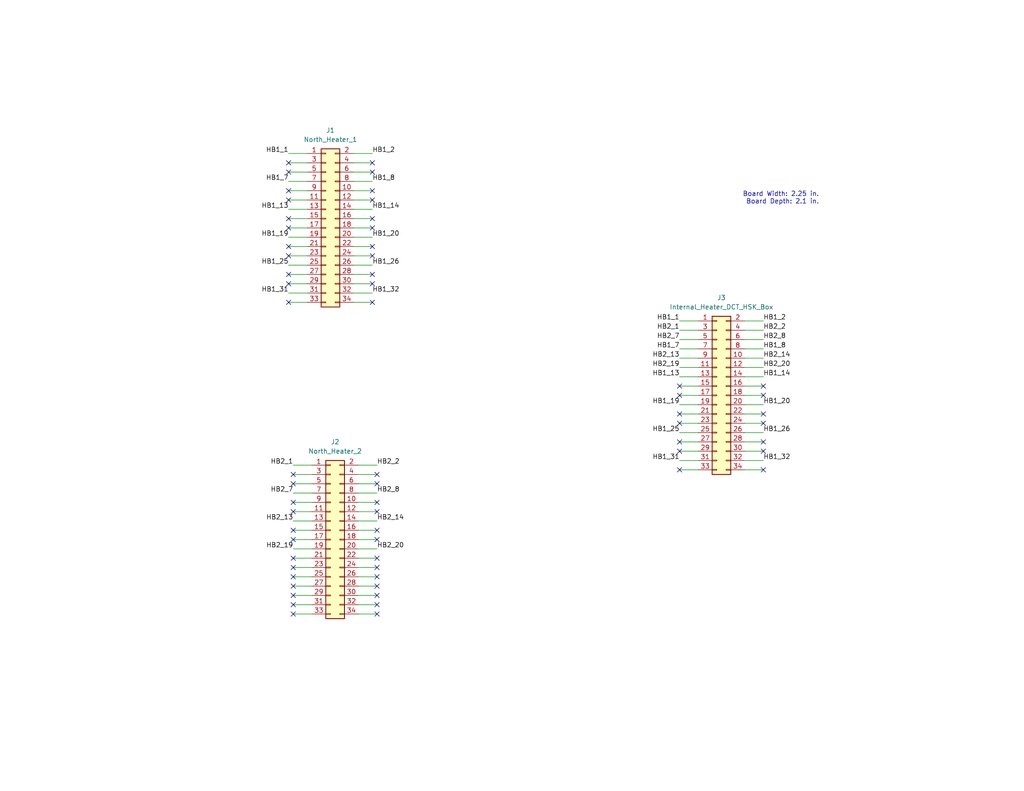
<source format=kicad_sch>
(kicad_sch (version 20230121) (generator eeschema)
  (paper "USLetter")
  (title_block (title "Heater Pass Through North") (rev "A") (company "The Ohio State University"))
  (lib_symbols
    (symbol "Connector_Generic:Conn_02x17_Odd_Even" (pin_names (offset 1.016) hide)
      (property "Reference" "J" (at 1.27 22.86 0))
      (property "Value" "Conn_02x17_Odd_Even" (at 1.27 -22.86 0))
      (symbol "Conn_02x17_Odd_Even_1_1"
        (rectangle (start -1.27 -20.193) (end 0 -20.447) (stroke (width 0.1524)))
        (rectangle (start -1.27 -17.653) (end 0 -17.907) (stroke (width 0.1524)))
        (rectangle (start -1.27 -15.113) (end 0 -15.367) (stroke (width 0.1524)))
        (rectangle (start -1.27 -12.573) (end 0 -12.827) (stroke (width 0.1524)))
        (rectangle (start -1.27 -10.033) (end 0 -10.287) (stroke (width 0.1524)))
        (rectangle (start -1.27 -7.493) (end 0 -7.747) (stroke (width 0.1524)))
        (rectangle (start -1.27 -4.953) (end 0 -5.207) (stroke (width 0.1524)))
        (rectangle (start -1.27 -2.413) (end 0 -2.667) (stroke (width 0.1524)))
        (rectangle (start -1.27 0.127) (end 0 -0.127) (stroke (width 0.1524)))
        (rectangle (start -1.27 2.667) (end 0 2.413) (stroke (width 0.1524)))
        (rectangle (start -1.27 5.207) (end 0 4.953) (stroke (width 0.1524)))
        (rectangle (start -1.27 7.747) (end 0 7.493) (stroke (width 0.1524)))
        (rectangle (start -1.27 10.287) (end 0 10.033) (stroke (width 0.1524)))
        (rectangle (start -1.27 12.827) (end 0 12.573) (stroke (width 0.1524)))
        (rectangle (start -1.27 15.367) (end 0 15.113) (stroke (width 0.1524)))
        (rectangle (start -1.27 17.907) (end 0 17.653) (stroke (width 0.1524)))
        (rectangle (start -1.27 20.447) (end 0 20.193) (stroke (width 0.1524)))
        (rectangle (start -1.27 21.59) (end 3.81 -21.59) (stroke (width 0.254)) (fill (type background)))
        (rectangle (start 3.81 -20.193) (end 2.54 -20.447) (stroke (width 0.1524)))
        (rectangle (start 3.81 -17.653) (end 2.54 -17.907) (stroke (width 0.1524)))
        (rectangle (start 3.81 -15.113) (end 2.54 -15.367) (stroke (width 0.1524)))
        (rectangle (start 3.81 -12.573) (end 2.54 -12.827) (stroke (width 0.1524)))
        (rectangle (start 3.81 -10.033) (end 2.54 -10.287) (stroke (width 0.1524)))
        (rectangle (start 3.81 -7.493) (end 2.54 -7.747) (stroke (width 0.1524)))
        (rectangle (start 3.81 -4.953) (end 2.54 -5.207) (stroke (width 0.1524)))
        (rectangle (start 3.81 -2.413) (end 2.54 -2.667) (stroke (width 0.1524)))
        (rectangle (start 3.81 0.127) (end 2.54 -0.127) (stroke (width 0.1524)))
        (rectangle (start 3.81 2.667) (end 2.54 2.413) (stroke (width 0.1524)))
        (rectangle (start 3.81 5.207) (end 2.54 4.953) (stroke (width 0.1524)))
        (rectangle (start 3.81 7.747) (end 2.54 7.493) (stroke (width 0.1524)))
        (rectangle (start 3.81 10.287) (end 2.54 10.033) (stroke (width 0.1524)))
        (rectangle (start 3.81 12.827) (end 2.54 12.573) (stroke (width 0.1524)))
        (rectangle (start 3.81 15.367) (end 2.54 15.113) (stroke (width 0.1524)))
        (rectangle (start 3.81 17.907) (end 2.54 17.653) (stroke (width 0.1524)))
        (rectangle (start 3.81 20.447) (end 2.54 20.193) (stroke (width 0.1524)))
        (pin passive line (at -5.08 20.32 0) (length 3.81) (name "Pin_1") (number "1"))
        (pin passive line (at 7.62 10.16 180) (length 3.81) (name "Pin_10") (number "10"))
        (pin passive line (at -5.08 7.62 0) (length 3.81) (name "Pin_11") (number "11"))
        (pin passive line (at 7.62 7.62 180) (length 3.81) (name "Pin_12") (number "12"))
        (pin passive line (at -5.08 5.08 0) (length 3.81) (name "Pin_13") (number "13"))
        (pin passive line (at 7.62 5.08 180) (length 3.81) (name "Pin_14") (number "14"))
        (pin passive line (at -5.08 2.54 0) (length 3.81) (name "Pin_15") (number "15"))
        (pin passive line (at 7.62 2.54 180) (length 3.81) (name "Pin_16") (number "16"))
        (pin passive line (at -5.08 0 0) (length 3.81) (name "Pin_17") (number "17"))
        (pin passive line (at 7.62 0 180) (length 3.81) (name "Pin_18") (number "18"))
        (pin passive line (at -5.08 -2.54 0) (length 3.81) (name "Pin_19") (number "19"))
        (pin passive line (at 7.62 20.32 180) (length 3.81) (name "Pin_2") (number "2"))
        (pin passive line (at 7.62 -2.54 180) (length 3.81) (name "Pin_20") (number "20"))
        (pin passive line (at -5.08 -5.08 0) (length 3.81) (name "Pin_21") (number "21"))
        (pin passive line (at 7.62 -5.08 180) (length 3.81) (name "Pin_22") (number "22"))
        (pin passive line (at -5.08 -7.62 0) (length 3.81) (name "Pin_23") (number "23"))
        (pin passive line (at 7.62 -7.62 180) (length 3.81) (name "Pin_24") (number "24"))
        (pin passive line (at -5.08 -10.16 0) (length 3.81) (name "Pin_25") (number "25"))
        (pin passive line (at 7.62 -10.16 180) (length 3.81) (name "Pin_26") (number "26"))
        (pin passive line (at -5.08 -12.7 0) (length 3.81) (name "Pin_27") (number "27"))
        (pin passive line (at 7.62 -12.7 180) (length 3.81) (name "Pin_28") (number "28"))
        (pin passive line (at -5.08 -15.24 0) (length 3.81) (name "Pin_29") (number "29"))
        (pin passive line (at -5.08 17.78 0) (length 3.81) (name "Pin_3") (number "3"))
        (pin passive line (at 7.62 -15.24 180) (length 3.81) (name "Pin_30") (number "30"))
        (pin passive line (at -5.08 -17.78 0) (length 3.81) (name "Pin_31") (number "31"))
        (pin passive line (at 7.62 -17.78 180) (length 3.81) (name "Pin_32") (number "32"))
        (pin passive line (at -5.08 -20.32 0) (length 3.81) (name "Pin_33") (number "33"))
        (pin passive line (at 7.62 -20.32 180) (length 3.81) (name "Pin_34") (number "34"))
        (pin passive line (at 7.62 17.78 180) (length 3.81) (name "Pin_4") (number "4"))
        (pin passive line (at -5.08 15.24 0) (length 3.81) (name "Pin_5") (number "5"))
        (pin passive line (at 7.62 15.24 180) (length 3.81) (name "Pin_6") (number "6"))
        (pin passive line (at -5.08 12.7 0) (length 3.81) (name "Pin_7") (number "7"))
        (pin passive line (at 7.62 12.7 180) (length 3.81) (name "Pin_8") (number "8"))
        (pin passive line (at -5.08 10.16 0) (length 3.81) (name "Pin_9") (number "9"))
      )
    )
  )
  (no_connect (at 101.6 77.47))
  (no_connect (at 78.74 69.85))
  (no_connect (at 78.74 52.07))
  (no_connect (at 101.6 44.45))
  (no_connect (at 101.6 46.99))
  (no_connect (at 78.74 44.45))
  (no_connect (at 78.74 46.99))
  (no_connect (at 101.6 52.07))
  (no_connect (at 101.6 54.61))
  (no_connect (at 78.74 54.61))
  (no_connect (at 185.42 105.41))
  (no_connect (at 80.01 132.08))
  (no_connect (at 102.87 129.54))
  (no_connect (at 102.87 132.08))
  (no_connect (at 80.01 137.16))
  (no_connect (at 80.01 139.7))
  (no_connect (at 102.87 147.32))
  (no_connect (at 102.87 139.7))
  (no_connect (at 102.87 144.78))
  (no_connect (at 80.01 144.78))
  (no_connect (at 80.01 147.32))
  (no_connect (at 80.01 129.54))
  (no_connect (at 102.87 137.16))
  (no_connect (at 80.01 160.02))
  (no_connect (at 80.01 162.56))
  (no_connect (at 80.01 152.4))
  (no_connect (at 80.01 154.94))
  (no_connect (at 78.74 77.47))
  (no_connect (at 185.42 115.57))
  (no_connect (at 78.74 67.31))
  (no_connect (at 208.28 107.95))
  (no_connect (at 101.6 74.93))
  (no_connect (at 78.74 82.55))
  (no_connect (at 208.28 120.65))
  (no_connect (at 185.42 123.19))
  (no_connect (at 78.74 62.23))
  (no_connect (at 101.6 82.55))
  (no_connect (at 185.42 107.95))
  (no_connect (at 102.87 157.48))
  (no_connect (at 80.01 157.48))
  (no_connect (at 208.28 123.19))
  (no_connect (at 101.6 62.23))
  (no_connect (at 208.28 113.03))
  (no_connect (at 101.6 59.69))
  (no_connect (at 102.87 167.64))
  (no_connect (at 102.87 165.1))
  (no_connect (at 102.87 154.94))
  (no_connect (at 102.87 152.4))
  (no_connect (at 102.87 162.56))
  (no_connect (at 102.87 160.02))
  (no_connect (at 80.01 165.1))
  (no_connect (at 80.01 167.64))
  (no_connect (at 208.28 128.27))
  (no_connect (at 208.28 105.41))
  (no_connect (at 101.6 67.31))
  (no_connect (at 185.42 120.65))
  (no_connect (at 78.74 59.69))
  (no_connect (at 101.6 69.85))
  (no_connect (at 78.74 74.93))
  (no_connect (at 185.42 113.03))
  (no_connect (at 185.42 128.27))
  (no_connect (at 208.28 115.57))
  (wire (pts (xy 80.01 152.4) (xy 85.09 152.4)))
  (wire (pts (xy 185.42 125.73) (xy 190.5 125.73)))
  (wire (pts (xy 203.2 87.63) (xy 208.28 87.63)))
  (wire (pts (xy 80.01 142.24) (xy 85.09 142.24)))
  (wire (pts (xy 80.01 139.7) (xy 85.09 139.7)))
  (wire (pts (xy 185.42 90.17) (xy 190.5 90.17)))
  (wire (pts (xy 80.01 134.62) (xy 85.09 134.62)))
  (wire (pts (xy 80.01 157.48) (xy 85.09 157.48)))
  (wire (pts (xy 97.79 154.94) (xy 102.87 154.94)))
  (wire (pts (xy 96.52 69.85) (xy 101.6 69.85)))
  (wire (pts (xy 97.79 132.08) (xy 102.87 132.08)))
  (wire (pts (xy 185.42 95.25) (xy 190.5 95.25)))
  (wire (pts (xy 78.74 46.99) (xy 83.82 46.99)))
  (wire (pts (xy 80.01 137.16) (xy 85.09 137.16)))
  (wire (pts (xy 80.01 129.54) (xy 85.09 129.54)))
  (wire (pts (xy 78.74 74.93) (xy 83.82 74.93)))
  (wire (pts (xy 78.74 67.31) (xy 83.82 67.31)))
  (wire (pts (xy 185.42 118.11) (xy 190.5 118.11)))
  (wire (pts (xy 78.74 59.69) (xy 83.82 59.69)))
  (wire (pts (xy 203.2 105.41) (xy 208.28 105.41)))
  (wire (pts (xy 185.42 107.95) (xy 190.5 107.95)))
  (wire (pts (xy 80.01 154.94) (xy 85.09 154.94)))
  (wire (pts (xy 80.01 127) (xy 85.09 127)))
  (wire (pts (xy 185.42 105.41) (xy 190.5 105.41)))
  (wire (pts (xy 203.2 123.19) (xy 208.28 123.19)))
  (wire (pts (xy 97.79 134.62) (xy 102.87 134.62)))
  (wire (pts (xy 96.52 54.61) (xy 101.6 54.61)))
  (wire (pts (xy 203.2 102.87) (xy 208.28 102.87)))
  (wire (pts (xy 185.42 115.57) (xy 190.5 115.57)))
  (wire (pts (xy 203.2 115.57) (xy 208.28 115.57)))
  (wire (pts (xy 96.52 72.39) (xy 101.6 72.39)))
  (wire (pts (xy 203.2 97.79) (xy 208.28 97.79)))
  (wire (pts (xy 203.2 113.03) (xy 208.28 113.03)))
  (wire (pts (xy 78.74 82.55) (xy 83.82 82.55)))
  (wire (pts (xy 96.52 49.53) (xy 101.6 49.53)))
  (wire (pts (xy 96.52 44.45) (xy 101.6 44.45)))
  (wire (pts (xy 185.42 102.87) (xy 190.5 102.87)))
  (wire (pts (xy 78.74 77.47) (xy 83.82 77.47)))
  (wire (pts (xy 203.2 90.17) (xy 208.28 90.17)))
  (wire (pts (xy 78.74 62.23) (xy 83.82 62.23)))
  (wire (pts (xy 185.42 100.33) (xy 190.5 100.33)))
  (wire (pts (xy 80.01 160.02) (xy 85.09 160.02)))
  (wire (pts (xy 96.52 62.23) (xy 101.6 62.23)))
  (wire (pts (xy 185.42 113.03) (xy 190.5 113.03)))
  (wire (pts (xy 80.01 162.56) (xy 85.09 162.56)))
  (wire (pts (xy 97.79 165.1) (xy 102.87 165.1)))
  (wire (pts (xy 96.52 74.93) (xy 101.6 74.93)))
  (wire (pts (xy 96.52 77.47) (xy 101.6 77.47)))
  (wire (pts (xy 78.74 57.15) (xy 83.82 57.15)))
  (wire (pts (xy 97.79 144.78) (xy 102.87 144.78)))
  (wire (pts (xy 78.74 49.53) (xy 83.82 49.53)))
  (wire (pts (xy 96.52 80.01) (xy 101.6 80.01)))
  (wire (pts (xy 78.74 52.07) (xy 83.82 52.07)))
  (wire (pts (xy 203.2 110.49) (xy 208.28 110.49)))
  (wire (pts (xy 97.79 137.16) (xy 102.87 137.16)))
  (wire (pts (xy 78.74 54.61) (xy 83.82 54.61)))
  (wire (pts (xy 80.01 149.86) (xy 85.09 149.86)))
  (wire (pts (xy 80.01 165.1) (xy 85.09 165.1)))
  (wire (pts (xy 97.79 139.7) (xy 102.87 139.7)))
  (wire (pts (xy 78.74 44.45) (xy 83.82 44.45)))
  (wire (pts (xy 78.74 72.39) (xy 83.82 72.39)))
  (wire (pts (xy 97.79 160.02) (xy 102.87 160.02)))
  (wire (pts (xy 203.2 92.71) (xy 208.28 92.71)))
  (wire (pts (xy 78.74 80.01) (xy 83.82 80.01)))
  (wire (pts (xy 97.79 142.24) (xy 102.87 142.24)))
  (wire (pts (xy 96.52 41.91) (xy 101.6 41.91)))
  (wire (pts (xy 80.01 132.08) (xy 85.09 132.08)))
  (wire (pts (xy 203.2 120.65) (xy 208.28 120.65)))
  (wire (pts (xy 203.2 95.25) (xy 208.28 95.25)))
  (wire (pts (xy 185.42 97.79) (xy 190.5 97.79)))
  (wire (pts (xy 78.74 64.77) (xy 83.82 64.77)))
  (wire (pts (xy 80.01 167.64) (xy 85.09 167.64)))
  (wire (pts (xy 185.42 120.65) (xy 190.5 120.65)))
  (wire (pts (xy 97.79 152.4) (xy 102.87 152.4)))
  (wire (pts (xy 185.42 123.19) (xy 190.5 123.19)))
  (wire (pts (xy 96.52 46.99) (xy 101.6 46.99)))
  (wire (pts (xy 203.2 118.11) (xy 208.28 118.11)))
  (wire (pts (xy 78.74 41.91) (xy 83.82 41.91)))
  (wire (pts (xy 97.79 149.86) (xy 102.87 149.86)))
  (wire (pts (xy 203.2 107.95) (xy 208.28 107.95)))
  (wire (pts (xy 97.79 147.32) (xy 102.87 147.32)))
  (wire (pts (xy 80.01 144.78) (xy 85.09 144.78)))
  (wire (pts (xy 185.42 92.71) (xy 190.5 92.71)))
  (wire (pts (xy 96.52 82.55) (xy 101.6 82.55)))
  (wire (pts (xy 185.42 110.49) (xy 190.5 110.49)))
  (wire (pts (xy 203.2 128.27) (xy 208.28 128.27)))
  (wire (pts (xy 97.79 157.48) (xy 102.87 157.48)))
  (wire (pts (xy 203.2 125.73) (xy 208.28 125.73)))
  (wire (pts (xy 203.2 100.33) (xy 208.28 100.33)))
  (wire (pts (xy 96.52 67.31) (xy 101.6 67.31)))
  (wire (pts (xy 96.52 57.15) (xy 101.6 57.15)))
  (wire (pts (xy 97.79 127) (xy 102.87 127)))
  (wire (pts (xy 96.52 64.77) (xy 101.6 64.77)))
  (wire (pts (xy 185.42 128.27) (xy 190.5 128.27)))
  (wire (pts (xy 80.01 147.32) (xy 85.09 147.32)))
  (wire (pts (xy 185.42 87.63) (xy 190.5 87.63)))
  (wire (pts (xy 97.79 167.64) (xy 102.87 167.64)))
  (wire (pts (xy 96.52 52.07) (xy 101.6 52.07)))
  (wire (pts (xy 78.74 69.85) (xy 83.82 69.85)))
  (wire (pts (xy 96.52 59.69) (xy 101.6 59.69)))
  (wire (pts (xy 97.79 162.56) (xy 102.87 162.56)))
  (wire (pts (xy 97.79 129.54) (xy 102.87 129.54)))
  (text "Board Width: 2.25 in.\nBoard Depth: 2.1 in." (at 223.52 55.88 0) (effects (font (size 1.27 1.27)) (justify right bottom)))
  (label "HB2_14" (at 102.87 142.24 0))
  (label "HB2_1" (at 80.01 127 180))
  (label "HB2_13" (at 80.01 142.24 180))
  (label "HB1_13" (at 185.42 102.87 180))
  (label "HB1_25" (at 78.74 72.39 180))
  (label "HB1_32" (at 208.28 125.73 0))
  (label "HB1_20" (at 101.6 64.77 0))
  (label "HB1_25" (at 185.42 118.11 180))
  (label "HB1_13" (at 78.74 57.15 180))
  (label "HB2_7" (at 80.01 134.62 180))
  (label "HB1_31" (at 185.42 125.73 180))
  (label "HB2_1" (at 185.42 90.17 180))
  (label "HB1_1" (at 78.74 41.91 180))
  (label "HB1_26" (at 208.28 118.11 0))
  (label "HB1_14" (at 101.6 57.15 0))
  (label "HB1_1" (at 185.42 87.63 180))
  (label "HB1_32" (at 101.6 80.01 0))
  (label "HB2_7" (at 185.42 92.71 180))
  (label "HB2_13" (at 185.42 97.79 180))
  (label "HB1_7" (at 78.74 49.53 180))
  (label "HB2_20" (at 208.28 100.33 0))
  (label "HB1_2" (at 208.28 87.63 0))
  (label "HB1_19" (at 185.42 110.49 180))
  (label "HB1_19" (at 78.74 64.77 180))
  (label "HB1_31" (at 78.74 80.01 180))
  (label "HB1_26" (at 101.6 72.39 0))
  (label "HB2_2" (at 102.87 127 0))
  (label "HB2_19" (at 185.42 100.33 180))
  (label "HB1_2" (at 101.6 41.91 0))
  (label "HB1_14" (at 208.28 102.87 0))
  (label "HB1_7" (at 185.42 95.25 180))
  (label "HB2_2" (at 208.28 90.17 0))
  (label "HB2_20" (at 102.87 149.86 0))
  (label "HB1_8" (at 208.28 95.25 0))
  (label "HB2_19" (at 80.01 149.86 180))
  (label "HB2_8" (at 102.87 134.62 0))
  (label "HB2_14" (at 208.28 97.79 0))
  (label "HB1_20" (at 208.28 110.49 0))
  (label "HB1_8" (at 101.6 49.53 0))
  (label "HB2_8" (at 208.28 92.71 0))
  (symbol (lib_id "Connector_Generic:Conn_02x17_Odd_Even") (at 195.58 107.95 0) (unit 1)
    (property "Reference" "J3" (at 196.85 81.28 0))
    (property "Value" "Internal_Heater_DCT_HSK_Box" (at 196.85 83.82 0))
    (property "Footprint" "HELIX:HELIX_DCT_ICDconnector34pin_corrected" (effects hide))
  )
  (symbol (lib_id "Connector_Generic:Conn_02x17_Odd_Even") (at 88.9 62.23 0) (unit 1)
    (property "Reference" "J1" (at 90.17 35.56 0))
    (property "Value" "North_Heater_1" (at 90.17 38.1 0))
    (property "Footprint" "HELIX:HELIX_DCT_ICDconnector34pin_corrected" (effects hide))
  )
  (symbol (lib_id "Connector_Generic:Conn_02x17_Odd_Even") (at 90.17 147.32 0) (unit 1)
    (property "Reference" "J2" (at 91.44 120.65 0))
    (property "Value" "North_Heater_2" (at 91.44 123.19 0))
    (property "Footprint" "HELIX:HELIX_DCT_ICDconnector34pin_corrected" (effects hide))
  )
)
</source>
